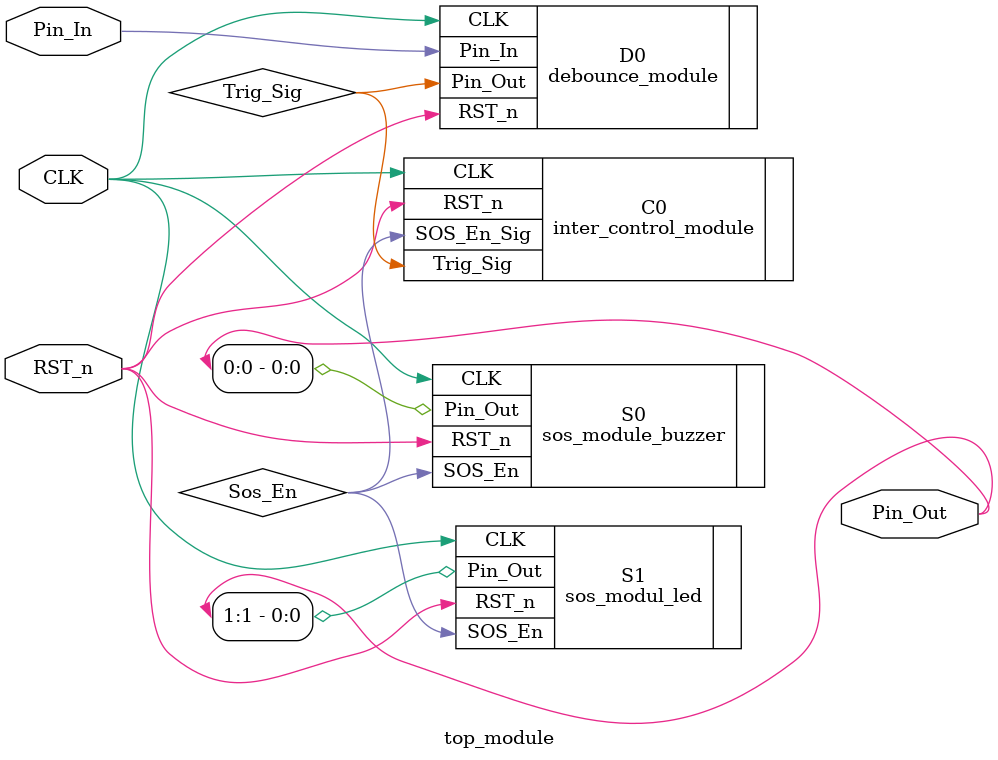
<source format=v>
`timescale 1ns / 1ps
module top_module(
    input CLK,
    input RST_n,
    input Pin_In,
    output [1:0] Pin_Out
    );
    
    wire Trig_Sig;
    wire Sos_En;
    
    debounce_module D0(.CLK(CLK), .RST_n(RST_n), .Pin_In(Pin_In), .Pin_Out(Trig_Sig));
    inter_control_module C0(.CLK(CLK), .RST_n(RST_n), .Trig_Sig(Trig_Sig), .SOS_En_Sig(Sos_En));
    sos_module_buzzer S0(.CLK(CLK), .RST_n(RST_n), .SOS_En(Sos_En), .Pin_Out(Pin_Out[0]));
    sos_modul_led S1(.CLK(CLK), .RST_n(RST_n), .SOS_En(Sos_En), .Pin_Out(Pin_Out[1]));
    
endmodule

</source>
